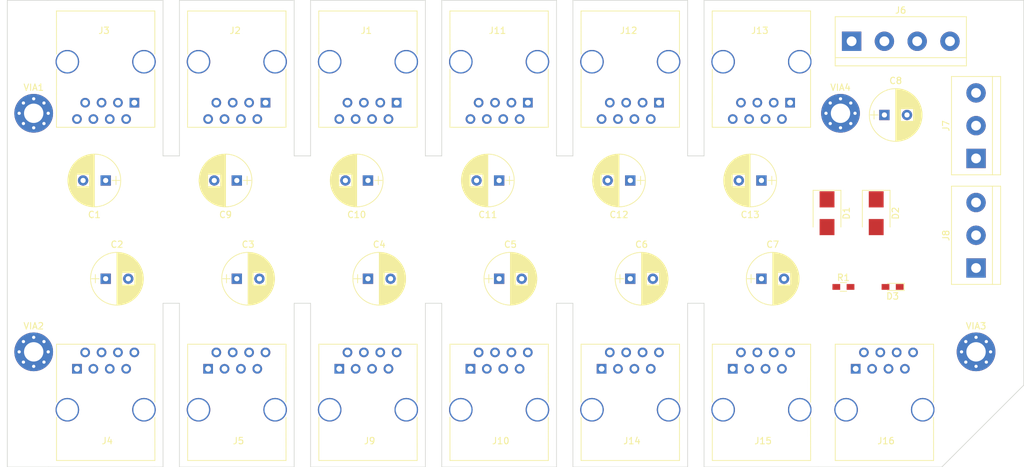
<source format=kicad_pcb>
(kicad_pcb (version 4) (host pcbnew 4.0.7)
  (layers (0 F.Cu signal) (31 B.Cu signal) (34 B.Paste user) (35 F.Paste user) (36 B.SilkS user) (37 F.SilkS user) (38 B.Mask user) (39 F.Mask user) (44 Edge.Cuts user))
  (net 0 "")
  (net 1 +12V)
  (net 2 GND)
  (net 3 RS485_A)
  (net 4 RS485_B)
  (net 5 CAN-H)
  (net 6 CAN-L)
  (net 7 "Net-(D3-Pad2)")
  (module Mounting_Holes:MountingHole_3mm_Pad_Via (layer F.Cu) (at 192 85)
    (fp_text reference VIA3 (at 0 -4) (layer F.SilkS))
    (fp_text value 3mm_Pad_Via)
    (pad 1 thru_hole circle (at 0 0) (size 6 6) (drill 3) (layers *.Cu *.Mask) (net 2 GND))
    (pad 1 thru_hole circle (at 2.25 0) (size 0.8 0.8) (drill 0.5) (layers *.Cu *.Mask))
    (pad 1 thru_hole circle (at 1.59099 1.59099) (size 0.8 0.8) (drill 0.5) (layers *.Cu *.Mask))
    (pad 1 thru_hole circle (at 0 2.25) (size 0.8 0.8) (drill 0.5) (layers *.Cu *.Mask))
    (pad 1 thru_hole circle (at -1.59099 1.59099) (size 0.8 0.8) (drill 0.5) (layers *.Cu *.Mask))
    (pad 1 thru_hole circle (at -2.25 0) (size 0.8 0.8) (drill 0.5) (layers *.Cu *.Mask))
    (pad 1 thru_hole circle (at -1.59099 -1.59099) (size 0.8 0.8) (drill 0.5) (layers *.Cu *.Mask))
    (pad 1 thru_hole circle (at 0 -2.25) (size 0.8 0.8) (drill 0.5) (layers *.Cu *.Mask))
    (pad 1 thru_hole circle (at 1.59099 -1.59099) (size 0.8 0.8) (drill 0.5) (layers *.Cu *.Mask))
  )
  (module Mounting_Holes:MountingHole_3mm_Pad_Via (layer F.Cu) (at 171 48)
    (fp_text reference VIA4 (at 0 -4) (layer F.SilkS))
    (fp_text value 3mm_Pad_Via)
    (pad 1 thru_hole circle (at 0 0) (size 6 6) (drill 3) (layers *.Cu *.Mask) (net 2 GND))
    (pad 1 thru_hole circle (at 2.25 0) (size 0.8 0.8) (drill 0.5) (layers *.Cu *.Mask))
    (pad 1 thru_hole circle (at 1.59099 1.59099) (size 0.8 0.8) (drill 0.5) (layers *.Cu *.Mask))
    (pad 1 thru_hole circle (at 0 2.25) (size 0.8 0.8) (drill 0.5) (layers *.Cu *.Mask))
    (pad 1 thru_hole circle (at -1.59099 1.59099) (size 0.8 0.8) (drill 0.5) (layers *.Cu *.Mask))
    (pad 1 thru_hole circle (at -2.25 0) (size 0.8 0.8) (drill 0.5) (layers *.Cu *.Mask))
    (pad 1 thru_hole circle (at -1.59099 -1.59099) (size 0.8 0.8) (drill 0.5) (layers *.Cu *.Mask))
    (pad 1 thru_hole circle (at 0 -2.25) (size 0.8 0.8) (drill 0.5) (layers *.Cu *.Mask))
    (pad 1 thru_hole circle (at 1.59099 -1.59099) (size 0.8 0.8) (drill 0.5) (layers *.Cu *.Mask))
  )
  (module Mounting_Holes:MountingHole_3mm_Pad_Via (layer F.Cu) (at 46 85)
    (fp_text reference VIA2 (at 0 -4) (layer F.SilkS))
    (fp_text value 3mm_Pad_Via)
    (pad 1 thru_hole circle (at 0 0) (size 6 6) (drill 3) (layers *.Cu *.Mask) (net 2 GND))
    (pad 1 thru_hole circle (at 2.25 0) (size 0.8 0.8) (drill 0.5) (layers *.Cu *.Mask))
    (pad 1 thru_hole circle (at 1.59099 1.59099) (size 0.8 0.8) (drill 0.5) (layers *.Cu *.Mask))
    (pad 1 thru_hole circle (at 0 2.25) (size 0.8 0.8) (drill 0.5) (layers *.Cu *.Mask))
    (pad 1 thru_hole circle (at -1.59099 1.59099) (size 0.8 0.8) (drill 0.5) (layers *.Cu *.Mask))
    (pad 1 thru_hole circle (at -2.25 0) (size 0.8 0.8) (drill 0.5) (layers *.Cu *.Mask))
    (pad 1 thru_hole circle (at -1.59099 -1.59099) (size 0.8 0.8) (drill 0.5) (layers *.Cu *.Mask))
    (pad 1 thru_hole circle (at 0 -2.25) (size 0.8 0.8) (drill 0.5) (layers *.Cu *.Mask))
    (pad 1 thru_hole circle (at 1.59099 -1.59099) (size 0.8 0.8) (drill 0.5) (layers *.Cu *.Mask))
  )
  (module Capacitors_THT:CP_Radial_D8.0mm_P3.50mm (layer F.Cu) (at 57.15 58.42 180)
    (fp_text reference C1 (at 1.75 -5.31 180) (layer F.SilkS))
    (fp_text value CP)
    (pad 1 thru_hole rect (at 0 0 180) (size 1.6 1.6) (drill 0.8) (layers *.Cu *.Mask) (net 1 +12V))
    (pad 2 thru_hole circle (at 3.5 0 180) (size 1.6 1.6) (drill 0.8) (layers *.Cu *.Mask) (net 2 GND))
  )
  (module Capacitors_THT:CP_Radial_D8.0mm_P3.50mm (layer F.Cu) (at 57.15 73.66)
    (fp_text reference C2 (at 1.75 -5.31) (layer F.SilkS))
    (fp_text value CP)
    (pad 1 thru_hole rect (at 0 0) (size 1.6 1.6) (drill 0.8) (layers *.Cu *.Mask) (net 1 +12V))
    (pad 2 thru_hole circle (at 3.5 0) (size 1.6 1.6) (drill 0.8) (layers *.Cu *.Mask) (net 2 GND))
  )
  (module Capacitors_THT:CP_Radial_D8.0mm_P3.50mm (layer F.Cu) (at 77.47 73.66)
    (fp_text reference C3 (at 1.75 -5.31) (layer F.SilkS))
    (fp_text value CP)
    (pad 1 thru_hole rect (at 0 0) (size 1.6 1.6) (drill 0.8) (layers *.Cu *.Mask) (net 1 +12V))
    (pad 2 thru_hole circle (at 3.5 0) (size 1.6 1.6) (drill 0.8) (layers *.Cu *.Mask) (net 2 GND))
  )
  (module Capacitors_THT:CP_Radial_D8.0mm_P3.50mm (layer F.Cu) (at 97.79 73.66)
    (fp_text reference C4 (at 1.75 -5.31) (layer F.SilkS))
    (fp_text value CP)
    (pad 1 thru_hole rect (at 0 0) (size 1.6 1.6) (drill 0.8) (layers *.Cu *.Mask) (net 1 +12V))
    (pad 2 thru_hole circle (at 3.5 0) (size 1.6 1.6) (drill 0.8) (layers *.Cu *.Mask) (net 2 GND))
  )
  (module Capacitors_THT:CP_Radial_D8.0mm_P3.50mm (layer F.Cu) (at 118.11 73.66)
    (fp_text reference C5 (at 1.75 -5.31) (layer F.SilkS))
    (fp_text value CP)
    (pad 1 thru_hole rect (at 0 0) (size 1.6 1.6) (drill 0.8) (layers *.Cu *.Mask) (net 1 +12V))
    (pad 2 thru_hole circle (at 3.5 0) (size 1.6 1.6) (drill 0.8) (layers *.Cu *.Mask) (net 2 GND))
  )
  (module Capacitors_THT:CP_Radial_D8.0mm_P3.50mm (layer F.Cu) (at 138.43 73.66)
    (fp_text reference C6 (at 1.75 -5.31) (layer F.SilkS))
    (fp_text value CP)
    (pad 1 thru_hole rect (at 0 0) (size 1.6 1.6) (drill 0.8) (layers *.Cu *.Mask) (net 1 +12V))
    (pad 2 thru_hole circle (at 3.5 0) (size 1.6 1.6) (drill 0.8) (layers *.Cu *.Mask) (net 2 GND))
  )
  (module Capacitors_THT:CP_Radial_D8.0mm_P3.50mm (layer F.Cu) (at 158.75 73.66)
    (fp_text reference C7 (at 1.75 -5.31) (layer F.SilkS))
    (fp_text value CP)
    (pad 1 thru_hole rect (at 0 0) (size 1.6 1.6) (drill 0.8) (layers *.Cu *.Mask) (net 1 +12V))
    (pad 2 thru_hole circle (at 3.5 0) (size 1.6 1.6) (drill 0.8) (layers *.Cu *.Mask) (net 2 GND))
  )
  (module Capacitors_THT:CP_Radial_D8.0mm_P3.50mm (layer F.Cu) (at 177.8 48.26)
    (fp_text reference C8 (at 1.75 -5.31) (layer F.SilkS))
    (fp_text value CP)
    (pad 1 thru_hole rect (at 0 0) (size 1.6 1.6) (drill 0.8) (layers *.Cu *.Mask) (net 1 +12V))
    (pad 2 thru_hole circle (at 3.5 0) (size 1.6 1.6) (drill 0.8) (layers *.Cu *.Mask) (net 2 GND))
  )
  (module Capacitors_THT:CP_Radial_D8.0mm_P3.50mm (layer F.Cu) (at 77.47 58.42 180)
    (fp_text reference C9 (at 1.75 -5.31 180) (layer F.SilkS))
    (fp_text value CP)
    (pad 1 thru_hole rect (at 0 0 180) (size 1.6 1.6) (drill 0.8) (layers *.Cu *.Mask) (net 1 +12V))
    (pad 2 thru_hole circle (at 3.5 0 180) (size 1.6 1.6) (drill 0.8) (layers *.Cu *.Mask) (net 2 GND))
  )
  (module Capacitors_THT:CP_Radial_D8.0mm_P3.50mm (layer F.Cu) (at 97.79 58.42 180)
    (fp_text reference C10 (at 1.75 -5.31 180) (layer F.SilkS))
    (fp_text value CP)
    (pad 1 thru_hole rect (at 0 0 180) (size 1.6 1.6) (drill 0.8) (layers *.Cu *.Mask) (net 1 +12V))
    (pad 2 thru_hole circle (at 3.5 0 180) (size 1.6 1.6) (drill 0.8) (layers *.Cu *.Mask) (net 2 GND))
  )
  (module Capacitors_THT:CP_Radial_D8.0mm_P3.50mm (layer F.Cu) (at 118.11 58.42 180)
    (fp_text reference C11 (at 1.75 -5.31 180) (layer F.SilkS))
    (fp_text value CP)
    (pad 1 thru_hole rect (at 0 0 180) (size 1.6 1.6) (drill 0.8) (layers *.Cu *.Mask) (net 1 +12V))
    (pad 2 thru_hole circle (at 3.5 0 180) (size 1.6 1.6) (drill 0.8) (layers *.Cu *.Mask) (net 2 GND))
  )
  (module Capacitors_THT:CP_Radial_D8.0mm_P3.50mm (layer F.Cu) (at 138.43 58.42 180)
    (fp_text reference C12 (at 1.75 -5.31 180) (layer F.SilkS))
    (fp_text value CP)
    (pad 1 thru_hole rect (at 0 0 180) (size 1.6 1.6) (drill 0.8) (layers *.Cu *.Mask) (net 1 +12V))
    (pad 2 thru_hole circle (at 3.5 0 180) (size 1.6 1.6) (drill 0.8) (layers *.Cu *.Mask) (net 2 GND))
  )
  (module Capacitors_THT:CP_Radial_D8.0mm_P3.50mm (layer F.Cu) (at 158.75 58.42 180)
    (fp_text reference C13 (at 1.75 -5.31 180) (layer F.SilkS))
    (fp_text value CP)
    (pad 1 thru_hole rect (at 0 0 180) (size 1.6 1.6) (drill 0.8) (layers *.Cu *.Mask) (net 1 +12V))
    (pad 2 thru_hole circle (at 3.5 0 180) (size 1.6 1.6) (drill 0.8) (layers *.Cu *.Mask) (net 2 GND))
  )
  (module Diodes_SMD:D_SMB (layer F.Cu) (at 168.91 63.5 270)
    (fp_text reference D1 (at 0 -3 270) (layer F.SilkS))
    (fp_text value D_TVS)
    (pad 1 smd rect (at -2.15 0 270) (size 2.5 2.3) (layers F.Cu F.Paste F.Mask) (net 1 +12V))
    (pad 2 smd rect (at 2.15 0 270) (size 2.5 2.3) (layers F.Cu F.Paste F.Mask) (net 2 GND))
  )
  (module Diodes_SMD:D_SMB (layer F.Cu) (at 176.53 63.5 270)
    (fp_text reference D2 (at 0 -3 270) (layer F.SilkS))
    (fp_text value D)
    (pad 1 smd rect (at -2.15 0 270) (size 2.5 2.3) (layers F.Cu F.Paste F.Mask) (net 1 +12V))
    (pad 2 smd rect (at 2.15 0 270) (size 2.5 2.3) (layers F.Cu F.Paste F.Mask) (net 2 GND))
  )
  (module .pretty:RJ45_8 (layer F.Cu) (at 102.235 46.355 180)
    (fp_text reference J1 (at 4.7 11.18 180) (layer F.SilkS))
    (fp_text value RJ45)
    (pad 9 thru_hole circle (at 10.38 6.35 180) (size 3.65 3.65) (drill 3.25) (layers *.Cu *.Mask) (net 2 GND))
    (pad 9 thru_hole circle (at -1.49 6.35 180) (size 3.65 3.65) (drill 3.25) (layers *.Cu *.Mask) (net 2 GND))
    (pad 1 thru_hole rect (at 0 0 180) (size 1.5 1.5) (drill 0.9) (layers *.Cu *.Mask) (net 3 RS485_A))
    (pad 2 thru_hole circle (at 1.27 -2.54 180) (size 1.5 1.5) (drill 0.9) (layers *.Cu *.Mask) (net 4 RS485_B))
    (pad 3 thru_hole circle (at 2.54 0 180) (size 1.5 1.5) (drill 0.9) (layers *.Cu *.Mask) (net 5 CAN-H))
    (pad 4 thru_hole circle (at 3.81 -2.54 180) (size 1.5 1.5) (drill 0.9) (layers *.Cu *.Mask) (net 1 +12V))
    (pad 5 thru_hole circle (at 5.08 0 180) (size 1.5 1.5) (drill 0.9) (layers *.Cu *.Mask) (net 1 +12V))
    (pad 6 thru_hole circle (at 6.35 -2.54 180) (size 1.5 1.5) (drill 0.9) (layers *.Cu *.Mask) (net 6 CAN-L))
    (pad 7 thru_hole circle (at 7.62 0 180) (size 1.5 1.5) (drill 0.9) (layers *.Cu *.Mask) (net 2 GND))
    (pad 8 thru_hole circle (at 8.89 -2.54 180) (size 1.5 1.5) (drill 0.9) (layers *.Cu *.Mask) (net 2 GND))
  )
  (module .pretty:RJ45_8 (layer F.Cu) (at 81.915 46.355 180)
    (fp_text reference J2 (at 4.7 11.18 180) (layer F.SilkS))
    (fp_text value RJ45)
    (pad 9 thru_hole circle (at 10.38 6.35 180) (size 3.65 3.65) (drill 3.25) (layers *.Cu *.Mask) (net 2 GND))
    (pad 9 thru_hole circle (at -1.49 6.35 180) (size 3.65 3.65) (drill 3.25) (layers *.Cu *.Mask) (net 2 GND))
    (pad 1 thru_hole rect (at 0 0 180) (size 1.5 1.5) (drill 0.9) (layers *.Cu *.Mask) (net 3 RS485_A))
    (pad 2 thru_hole circle (at 1.27 -2.54 180) (size 1.5 1.5) (drill 0.9) (layers *.Cu *.Mask) (net 4 RS485_B))
    (pad 3 thru_hole circle (at 2.54 0 180) (size 1.5 1.5) (drill 0.9) (layers *.Cu *.Mask) (net 5 CAN-H))
    (pad 4 thru_hole circle (at 3.81 -2.54 180) (size 1.5 1.5) (drill 0.9) (layers *.Cu *.Mask) (net 1 +12V))
    (pad 5 thru_hole circle (at 5.08 0 180) (size 1.5 1.5) (drill 0.9) (layers *.Cu *.Mask) (net 1 +12V))
    (pad 6 thru_hole circle (at 6.35 -2.54 180) (size 1.5 1.5) (drill 0.9) (layers *.Cu *.Mask) (net 6 CAN-L))
    (pad 7 thru_hole circle (at 7.62 0 180) (size 1.5 1.5) (drill 0.9) (layers *.Cu *.Mask) (net 2 GND))
    (pad 8 thru_hole circle (at 8.89 -2.54 180) (size 1.5 1.5) (drill 0.9) (layers *.Cu *.Mask) (net 2 GND))
  )
  (module .pretty:RJ45_8 (layer F.Cu) (at 61.595 46.355 180)
    (fp_text reference J3 (at 4.7 11.18 180) (layer F.SilkS))
    (fp_text value RJ45)
    (pad 9 thru_hole circle (at 10.38 6.35 180) (size 3.65 3.65) (drill 3.25) (layers *.Cu *.Mask) (net 2 GND))
    (pad 9 thru_hole circle (at -1.49 6.35 180) (size 3.65 3.65) (drill 3.25) (layers *.Cu *.Mask) (net 2 GND))
    (pad 1 thru_hole rect (at 0 0 180) (size 1.5 1.5) (drill 0.9) (layers *.Cu *.Mask) (net 3 RS485_A))
    (pad 2 thru_hole circle (at 1.27 -2.54 180) (size 1.5 1.5) (drill 0.9) (layers *.Cu *.Mask) (net 4 RS485_B))
    (pad 3 thru_hole circle (at 2.54 0 180) (size 1.5 1.5) (drill 0.9) (layers *.Cu *.Mask) (net 5 CAN-H))
    (pad 4 thru_hole circle (at 3.81 -2.54 180) (size 1.5 1.5) (drill 0.9) (layers *.Cu *.Mask) (net 1 +12V))
    (pad 5 thru_hole circle (at 5.08 0 180) (size 1.5 1.5) (drill 0.9) (layers *.Cu *.Mask) (net 1 +12V))
    (pad 6 thru_hole circle (at 6.35 -2.54 180) (size 1.5 1.5) (drill 0.9) (layers *.Cu *.Mask) (net 6 CAN-L))
    (pad 7 thru_hole circle (at 7.62 0 180) (size 1.5 1.5) (drill 0.9) (layers *.Cu *.Mask) (net 2 GND))
    (pad 8 thru_hole circle (at 8.89 -2.54 180) (size 1.5 1.5) (drill 0.9) (layers *.Cu *.Mask) (net 2 GND))
  )
  (module .pretty:RJ45_8 (layer F.Cu) (at 52.705 87.63)
    (fp_text reference J4 (at 4.7 11.18) (layer F.SilkS))
    (fp_text value RJ45)
    (pad 9 thru_hole circle (at 10.38 6.35) (size 3.65 3.65) (drill 3.25) (layers *.Cu *.Mask) (net 2 GND))
    (pad 9 thru_hole circle (at -1.49 6.35) (size 3.65 3.65) (drill 3.25) (layers *.Cu *.Mask) (net 2 GND))
    (pad 1 thru_hole rect (at 0 0) (size 1.5 1.5) (drill 0.9) (layers *.Cu *.Mask) (net 3 RS485_A))
    (pad 2 thru_hole circle (at 1.27 -2.54) (size 1.5 1.5) (drill 0.9) (layers *.Cu *.Mask) (net 4 RS485_B))
    (pad 3 thru_hole circle (at 2.54 0) (size 1.5 1.5) (drill 0.9) (layers *.Cu *.Mask) (net 5 CAN-H))
    (pad 4 thru_hole circle (at 3.81 -2.54) (size 1.5 1.5) (drill 0.9) (layers *.Cu *.Mask) (net 1 +12V))
    (pad 5 thru_hole circle (at 5.08 0) (size 1.5 1.5) (drill 0.9) (layers *.Cu *.Mask) (net 1 +12V))
    (pad 6 thru_hole circle (at 6.35 -2.54) (size 1.5 1.5) (drill 0.9) (layers *.Cu *.Mask) (net 6 CAN-L))
    (pad 7 thru_hole circle (at 7.62 0) (size 1.5 1.5) (drill 0.9) (layers *.Cu *.Mask) (net 2 GND))
    (pad 8 thru_hole circle (at 8.89 -2.54) (size 1.5 1.5) (drill 0.9) (layers *.Cu *.Mask) (net 2 GND))
  )
  (module .pretty:RJ45_8 (layer F.Cu) (at 73.025 87.63)
    (fp_text reference J5 (at 4.7 11.18) (layer F.SilkS))
    (fp_text value RJ45)
    (pad 9 thru_hole circle (at 10.38 6.35) (size 3.65 3.65) (drill 3.25) (layers *.Cu *.Mask) (net 2 GND))
    (pad 9 thru_hole circle (at -1.49 6.35) (size 3.65 3.65) (drill 3.25) (layers *.Cu *.Mask) (net 2 GND))
    (pad 1 thru_hole rect (at 0 0) (size 1.5 1.5) (drill 0.9) (layers *.Cu *.Mask) (net 3 RS485_A))
    (pad 2 thru_hole circle (at 1.27 -2.54) (size 1.5 1.5) (drill 0.9) (layers *.Cu *.Mask) (net 4 RS485_B))
    (pad 3 thru_hole circle (at 2.54 0) (size 1.5 1.5) (drill 0.9) (layers *.Cu *.Mask) (net 5 CAN-H))
    (pad 4 thru_hole circle (at 3.81 -2.54) (size 1.5 1.5) (drill 0.9) (layers *.Cu *.Mask) (net 1 +12V))
    (pad 5 thru_hole circle (at 5.08 0) (size 1.5 1.5) (drill 0.9) (layers *.Cu *.Mask) (net 1 +12V))
    (pad 6 thru_hole circle (at 6.35 -2.54) (size 1.5 1.5) (drill 0.9) (layers *.Cu *.Mask) (net 6 CAN-L))
    (pad 7 thru_hole circle (at 7.62 0) (size 1.5 1.5) (drill 0.9) (layers *.Cu *.Mask) (net 2 GND))
    (pad 8 thru_hole circle (at 8.89 -2.54) (size 1.5 1.5) (drill 0.9) (layers *.Cu *.Mask) (net 2 GND))
  )
  (module Connectors_Terminal_Blocks:TerminalBlock_bornier-4_P5.08mm (layer F.Cu) (at 172.72 36.83)
    (fp_text reference J6 (at 7.6 -4.8) (layer F.SilkS))
    (fp_text value Screw_Terminal_01x04)
    (pad 2 thru_hole circle (at 5.08 0) (size 3 3) (drill 1.52) (layers *.Cu *.Mask) (net 1 +12V))
    (pad 3 thru_hole circle (at 10.16 0) (size 3 3) (drill 1.52) (layers *.Cu *.Mask) (net 2 GND))
    (pad 1 thru_hole rect (at 0 0) (size 3 3) (drill 1.52) (layers *.Cu *.Mask) (net 1 +12V))
    (pad 4 thru_hole circle (at 15.24 0) (size 3 3) (drill 1.52) (layers *.Cu *.Mask) (net 2 GND))
  )
  (module Connectors_Terminal_Blocks:TerminalBlock_bornier-3_P5.08mm (layer F.Cu) (at 192 55 90)
    (fp_text reference J7 (at 5.05 -4.65 90) (layer F.SilkS))
    (fp_text value Screw_Terminal_01x03)
    (pad 1 thru_hole rect (at 0 0 90) (size 3 3) (drill 1.52) (layers *.Cu *.Mask) (net 3 RS485_A))
    (pad 2 thru_hole circle (at 5.08 0 90) (size 3 3) (drill 1.52) (layers *.Cu *.Mask) (net 4 RS485_B))
    (pad 3 thru_hole circle (at 10.16 0 90) (size 3 3) (drill 1.52) (layers *.Cu *.Mask) (net 2 GND))
  )
  (module Connectors_Terminal_Blocks:TerminalBlock_bornier-3_P5.08mm (layer F.Cu) (at 192 72 90)
    (fp_text reference J8 (at 5.05 -4.65 90) (layer F.SilkS))
    (fp_text value Screw_Terminal_01x03)
    (pad 1 thru_hole rect (at 0 0 90) (size 3 3) (drill 1.52) (layers *.Cu *.Mask) (net 5 CAN-H))
    (pad 2 thru_hole circle (at 5.08 0 90) (size 3 3) (drill 1.52) (layers *.Cu *.Mask) (net 6 CAN-L))
    (pad 3 thru_hole circle (at 10.16 0 90) (size 3 3) (drill 1.52) (layers *.Cu *.Mask) (net 2 GND))
  )
  (module .pretty:RJ45_8 (layer F.Cu) (at 93.345 87.63)
    (fp_text reference J9 (at 4.7 11.18) (layer F.SilkS))
    (fp_text value RJ45)
    (pad 9 thru_hole circle (at 10.38 6.35) (size 3.65 3.65) (drill 3.25) (layers *.Cu *.Mask) (net 2 GND))
    (pad 9 thru_hole circle (at -1.49 6.35) (size 3.65 3.65) (drill 3.25) (layers *.Cu *.Mask) (net 2 GND))
    (pad 1 thru_hole rect (at 0 0) (size 1.5 1.5) (drill 0.9) (layers *.Cu *.Mask) (net 3 RS485_A))
    (pad 2 thru_hole circle (at 1.27 -2.54) (size 1.5 1.5) (drill 0.9) (layers *.Cu *.Mask) (net 4 RS485_B))
    (pad 3 thru_hole circle (at 2.54 0) (size 1.5 1.5) (drill 0.9) (layers *.Cu *.Mask) (net 5 CAN-H))
    (pad 4 thru_hole circle (at 3.81 -2.54) (size 1.5 1.5) (drill 0.9) (layers *.Cu *.Mask) (net 1 +12V))
    (pad 5 thru_hole circle (at 5.08 0) (size 1.5 1.5) (drill 0.9) (layers *.Cu *.Mask) (net 1 +12V))
    (pad 6 thru_hole circle (at 6.35 -2.54) (size 1.5 1.5) (drill 0.9) (layers *.Cu *.Mask) (net 6 CAN-L))
    (pad 7 thru_hole circle (at 7.62 0) (size 1.5 1.5) (drill 0.9) (layers *.Cu *.Mask) (net 2 GND))
    (pad 8 thru_hole circle (at 8.89 -2.54) (size 1.5 1.5) (drill 0.9) (layers *.Cu *.Mask) (net 2 GND))
  )
  (module .pretty:RJ45_8 (layer F.Cu) (at 113.665 87.63)
    (fp_text reference J10 (at 4.7 11.18) (layer F.SilkS))
    (fp_text value RJ45)
    (pad 9 thru_hole circle (at 10.38 6.35) (size 3.65 3.65) (drill 3.25) (layers *.Cu *.Mask) (net 2 GND))
    (pad 9 thru_hole circle (at -1.49 6.35) (size 3.65 3.65) (drill 3.25) (layers *.Cu *.Mask) (net 2 GND))
    (pad 1 thru_hole rect (at 0 0) (size 1.5 1.5) (drill 0.9) (layers *.Cu *.Mask) (net 3 RS485_A))
    (pad 2 thru_hole circle (at 1.27 -2.54) (size 1.5 1.5) (drill 0.9) (layers *.Cu *.Mask) (net 4 RS485_B))
    (pad 3 thru_hole circle (at 2.54 0) (size 1.5 1.5) (drill 0.9) (layers *.Cu *.Mask) (net 5 CAN-H))
    (pad 4 thru_hole circle (at 3.81 -2.54) (size 1.5 1.5) (drill 0.9) (layers *.Cu *.Mask) (net 1 +12V))
    (pad 5 thru_hole circle (at 5.08 0) (size 1.5 1.5) (drill 0.9) (layers *.Cu *.Mask) (net 1 +12V))
    (pad 6 thru_hole circle (at 6.35 -2.54) (size 1.5 1.5) (drill 0.9) (layers *.Cu *.Mask) (net 6 CAN-L))
    (pad 7 thru_hole circle (at 7.62 0) (size 1.5 1.5) (drill 0.9) (layers *.Cu *.Mask) (net 2 GND))
    (pad 8 thru_hole circle (at 8.89 -2.54) (size 1.5 1.5) (drill 0.9) (layers *.Cu *.Mask) (net 2 GND))
  )
  (module .pretty:RJ45_8 (layer F.Cu) (at 122.555 46.355 180)
    (fp_text reference J11 (at 4.7 11.18 180) (layer F.SilkS))
    (fp_text value RJ45)
    (pad 9 thru_hole circle (at 10.38 6.35 180) (size 3.65 3.65) (drill 3.25) (layers *.Cu *.Mask) (net 2 GND))
    (pad 9 thru_hole circle (at -1.49 6.35 180) (size 3.65 3.65) (drill 3.25) (layers *.Cu *.Mask) (net 2 GND))
    (pad 1 thru_hole rect (at 0 0 180) (size 1.5 1.5) (drill 0.9) (layers *.Cu *.Mask) (net 3 RS485_A))
    (pad 2 thru_hole circle (at 1.27 -2.54 180) (size 1.5 1.5) (drill 0.9) (layers *.Cu *.Mask) (net 4 RS485_B))
    (pad 3 thru_hole circle (at 2.54 0 180) (size 1.5 1.5) (drill 0.9) (layers *.Cu *.Mask) (net 5 CAN-H))
    (pad 4 thru_hole circle (at 3.81 -2.54 180) (size 1.5 1.5) (drill 0.9) (layers *.Cu *.Mask) (net 1 +12V))
    (pad 5 thru_hole circle (at 5.08 0 180) (size 1.5 1.5) (drill 0.9) (layers *.Cu *.Mask) (net 1 +12V))
    (pad 6 thru_hole circle (at 6.35 -2.54 180) (size 1.5 1.5) (drill 0.9) (layers *.Cu *.Mask) (net 6 CAN-L))
    (pad 7 thru_hole circle (at 7.62 0 180) (size 1.5 1.5) (drill 0.9) (layers *.Cu *.Mask) (net 2 GND))
    (pad 8 thru_hole circle (at 8.89 -2.54 180) (size 1.5 1.5) (drill 0.9) (layers *.Cu *.Mask) (net 2 GND))
  )
  (module .pretty:RJ45_8 (layer F.Cu) (at 142.875 46.355 180)
    (fp_text reference J12 (at 4.7 11.18 180) (layer F.SilkS))
    (fp_text value RJ45)
    (pad 9 thru_hole circle (at 10.38 6.35 180) (size 3.65 3.65) (drill 3.25) (layers *.Cu *.Mask) (net 2 GND))
    (pad 9 thru_hole circle (at -1.49 6.35 180) (size 3.65 3.65) (drill 3.25) (layers *.Cu *.Mask) (net 2 GND))
    (pad 1 thru_hole rect (at 0 0 180) (size 1.5 1.5) (drill 0.9) (layers *.Cu *.Mask) (net 3 RS485_A))
    (pad 2 thru_hole circle (at 1.27 -2.54 180) (size 1.5 1.5) (drill 0.9) (layers *.Cu *.Mask) (net 4 RS485_B))
    (pad 3 thru_hole circle (at 2.54 0 180) (size 1.5 1.5) (drill 0.9) (layers *.Cu *.Mask) (net 5 CAN-H))
    (pad 4 thru_hole circle (at 3.81 -2.54 180) (size 1.5 1.5) (drill 0.9) (layers *.Cu *.Mask) (net 1 +12V))
    (pad 5 thru_hole circle (at 5.08 0 180) (size 1.5 1.5) (drill 0.9) (layers *.Cu *.Mask) (net 1 +12V))
    (pad 6 thru_hole circle (at 6.35 -2.54 180) (size 1.5 1.5) (drill 0.9) (layers *.Cu *.Mask) (net 6 CAN-L))
    (pad 7 thru_hole circle (at 7.62 0 180) (size 1.5 1.5) (drill 0.9) (layers *.Cu *.Mask) (net 2 GND))
    (pad 8 thru_hole circle (at 8.89 -2.54 180) (size 1.5 1.5) (drill 0.9) (layers *.Cu *.Mask) (net 2 GND))
  )
  (module .pretty:RJ45_8 (layer F.Cu) (at 163.195 46.355 180)
    (fp_text reference J13 (at 4.7 11.18 180) (layer F.SilkS))
    (fp_text value RJ45)
    (pad 9 thru_hole circle (at 10.38 6.35 180) (size 3.65 3.65) (drill 3.25) (layers *.Cu *.Mask) (net 2 GND))
    (pad 9 thru_hole circle (at -1.49 6.35 180) (size 3.65 3.65) (drill 3.25) (layers *.Cu *.Mask) (net 2 GND))
    (pad 1 thru_hole rect (at 0 0 180) (size 1.5 1.5) (drill 0.9) (layers *.Cu *.Mask) (net 3 RS485_A))
    (pad 2 thru_hole circle (at 1.27 -2.54 180) (size 1.5 1.5) (drill 0.9) (layers *.Cu *.Mask) (net 4 RS485_B))
    (pad 3 thru_hole circle (at 2.54 0 180) (size 1.5 1.5) (drill 0.9) (layers *.Cu *.Mask) (net 5 CAN-H))
    (pad 4 thru_hole circle (at 3.81 -2.54 180) (size 1.5 1.5) (drill 0.9) (layers *.Cu *.Mask) (net 1 +12V))
    (pad 5 thru_hole circle (at 5.08 0 180) (size 1.5 1.5) (drill 0.9) (layers *.Cu *.Mask) (net 1 +12V))
    (pad 6 thru_hole circle (at 6.35 -2.54 180) (size 1.5 1.5) (drill 0.9) (layers *.Cu *.Mask) (net 6 CAN-L))
    (pad 7 thru_hole circle (at 7.62 0 180) (size 1.5 1.5) (drill 0.9) (layers *.Cu *.Mask) (net 2 GND))
    (pad 8 thru_hole circle (at 8.89 -2.54 180) (size 1.5 1.5) (drill 0.9) (layers *.Cu *.Mask) (net 2 GND))
  )
  (module .pretty:RJ45_8 (layer F.Cu) (at 133.985 87.63)
    (fp_text reference J14 (at 4.7 11.18) (layer F.SilkS))
    (fp_text value RJ45)
    (pad 9 thru_hole circle (at 10.38 6.35) (size 3.65 3.65) (drill 3.25) (layers *.Cu *.Mask) (net 2 GND))
    (pad 9 thru_hole circle (at -1.49 6.35) (size 3.65 3.65) (drill 3.25) (layers *.Cu *.Mask) (net 2 GND))
    (pad 1 thru_hole rect (at 0 0) (size 1.5 1.5) (drill 0.9) (layers *.Cu *.Mask) (net 3 RS485_A))
    (pad 2 thru_hole circle (at 1.27 -2.54) (size 1.5 1.5) (drill 0.9) (layers *.Cu *.Mask) (net 4 RS485_B))
    (pad 3 thru_hole circle (at 2.54 0) (size 1.5 1.5) (drill 0.9) (layers *.Cu *.Mask) (net 5 CAN-H))
    (pad 4 thru_hole circle (at 3.81 -2.54) (size 1.5 1.5) (drill 0.9) (layers *.Cu *.Mask) (net 1 +12V))
    (pad 5 thru_hole circle (at 5.08 0) (size 1.5 1.5) (drill 0.9) (layers *.Cu *.Mask) (net 1 +12V))
    (pad 6 thru_hole circle (at 6.35 -2.54) (size 1.5 1.5) (drill 0.9) (layers *.Cu *.Mask) (net 6 CAN-L))
    (pad 7 thru_hole circle (at 7.62 0) (size 1.5 1.5) (drill 0.9) (layers *.Cu *.Mask) (net 2 GND))
    (pad 8 thru_hole circle (at 8.89 -2.54) (size 1.5 1.5) (drill 0.9) (layers *.Cu *.Mask) (net 2 GND))
  )
  (module .pretty:RJ45_8 (layer F.Cu) (at 154.305 87.63)
    (fp_text reference J15 (at 4.7 11.18) (layer F.SilkS))
    (fp_text value RJ45)
    (pad 9 thru_hole circle (at 10.38 6.35) (size 3.65 3.65) (drill 3.25) (layers *.Cu *.Mask) (net 2 GND))
    (pad 9 thru_hole circle (at -1.49 6.35) (size 3.65 3.65) (drill 3.25) (layers *.Cu *.Mask) (net 2 GND))
    (pad 1 thru_hole rect (at 0 0) (size 1.5 1.5) (drill 0.9) (layers *.Cu *.Mask) (net 3 RS485_A))
    (pad 2 thru_hole circle (at 1.27 -2.54) (size 1.5 1.5) (drill 0.9) (layers *.Cu *.Mask) (net 4 RS485_B))
    (pad 3 thru_hole circle (at 2.54 0) (size 1.5 1.5) (drill 0.9) (layers *.Cu *.Mask) (net 5 CAN-H))
    (pad 4 thru_hole circle (at 3.81 -2.54) (size 1.5 1.5) (drill 0.9) (layers *.Cu *.Mask) (net 1 +12V))
    (pad 5 thru_hole circle (at 5.08 0) (size 1.5 1.5) (drill 0.9) (layers *.Cu *.Mask) (net 1 +12V))
    (pad 6 thru_hole circle (at 6.35 -2.54) (size 1.5 1.5) (drill 0.9) (layers *.Cu *.Mask) (net 6 CAN-L))
    (pad 7 thru_hole circle (at 7.62 0) (size 1.5 1.5) (drill 0.9) (layers *.Cu *.Mask) (net 2 GND))
    (pad 8 thru_hole circle (at 8.89 -2.54) (size 1.5 1.5) (drill 0.9) (layers *.Cu *.Mask) (net 2 GND))
  )
  (module .pretty:RJ45_8 (layer F.Cu) (at 173.355 87.63)
    (fp_text reference J16 (at 4.7 11.18) (layer F.SilkS))
    (fp_text value RJ45)
    (pad 9 thru_hole circle (at 10.38 6.35) (size 3.65 3.65) (drill 3.25) (layers *.Cu *.Mask) (net 2 GND))
    (pad 9 thru_hole circle (at -1.49 6.35) (size 3.65 3.65) (drill 3.25) (layers *.Cu *.Mask) (net 2 GND))
    (pad 1 thru_hole rect (at 0 0) (size 1.5 1.5) (drill 0.9) (layers *.Cu *.Mask) (net 3 RS485_A))
    (pad 2 thru_hole circle (at 1.27 -2.54) (size 1.5 1.5) (drill 0.9) (layers *.Cu *.Mask) (net 4 RS485_B))
    (pad 3 thru_hole circle (at 2.54 0) (size 1.5 1.5) (drill 0.9) (layers *.Cu *.Mask) (net 5 CAN-H))
    (pad 4 thru_hole circle (at 3.81 -2.54) (size 1.5 1.5) (drill 0.9) (layers *.Cu *.Mask) (net 1 +12V))
    (pad 5 thru_hole circle (at 5.08 0) (size 1.5 1.5) (drill 0.9) (layers *.Cu *.Mask) (net 1 +12V))
    (pad 6 thru_hole circle (at 6.35 -2.54) (size 1.5 1.5) (drill 0.9) (layers *.Cu *.Mask) (net 6 CAN-L))
    (pad 7 thru_hole circle (at 7.62 0) (size 1.5 1.5) (drill 0.9) (layers *.Cu *.Mask) (net 2 GND))
    (pad 8 thru_hole circle (at 8.89 -2.54) (size 1.5 1.5) (drill 0.9) (layers *.Cu *.Mask) (net 2 GND))
  )
  (module LEDs:LED_0603_HandSoldering (layer F.Cu) (at 179.07 74.93 180)
    (fp_text reference D3 (at 0 -1.45 180) (layer F.SilkS))
    (fp_text value LED)
    (pad 1 smd rect (at -1.1 0 180) (size 1.2 0.9) (layers F.Cu F.Paste F.Mask) (net 2 GND))
    (pad 2 smd rect (at 1.1 0 180) (size 1.2 0.9) (layers F.Cu F.Paste F.Mask) (net 7 "Net-(D3-Pad2)"))
  )
  (module Resistors_SMD:R_0603_HandSoldering (layer F.Cu) (at 171.45 74.93)
    (fp_text reference R1 (at 0 -1.45) (layer F.SilkS))
    (fp_text value 1K)
    (pad 1 smd rect (at -1.1 0) (size 1.2 0.9) (layers F.Cu F.Paste F.Mask) (net 1 +12V))
    (pad 2 smd rect (at 1.1 0) (size 1.2 0.9) (layers F.Cu F.Paste F.Mask) (net 7 "Net-(D3-Pad2)"))
  )
  (module Mounting_Holes:MountingHole_3mm_Pad_Via (layer F.Cu) (at 46 48)
    (fp_text reference VIA1 (at 0 -4) (layer F.SilkS))
    (fp_text value 3mm_Pad_Via)
    (pad 1 thru_hole circle (at 0 0) (size 6 6) (drill 3) (layers *.Cu *.Mask) (net 2 GND))
    (pad 1 thru_hole circle (at 2.25 0) (size 0.8 0.8) (drill 0.5) (layers *.Cu *.Mask))
    (pad 1 thru_hole circle (at 1.59099 1.59099) (size 0.8 0.8) (drill 0.5) (layers *.Cu *.Mask))
    (pad 1 thru_hole circle (at 0 2.25) (size 0.8 0.8) (drill 0.5) (layers *.Cu *.Mask))
    (pad 1 thru_hole circle (at -1.59099 1.59099) (size 0.8 0.8) (drill 0.5) (layers *.Cu *.Mask))
    (pad 1 thru_hole circle (at -2.25 0) (size 0.8 0.8) (drill 0.5) (layers *.Cu *.Mask))
    (pad 1 thru_hole circle (at -1.59099 -1.59099) (size 0.8 0.8) (drill 0.5) (layers *.Cu *.Mask))
    (pad 1 thru_hole circle (at 0 -2.25) (size 0.8 0.8) (drill 0.5) (layers *.Cu *.Mask))
    (pad 1 thru_hole circle (at 1.59099 -1.59099) (size 0.8 0.8) (drill 0.5) (layers *.Cu *.Mask))
  )
  (gr_line (start 41.91 102.87) (end 48.26 102.87) (angle 90) (layer Edge.Cuts) (width 0.1))
  (gr_line (start 41.91 30.48) (end 41.91 102.87) (angle 90) (layer Edge.Cuts) (width 0.1))
  (gr_line (start 48.26 30.48) (end 41.91 30.48) (angle 90) (layer Edge.Cuts) (width 0.1))
  (gr_line (start 186.69 102.87) (end 187.96 101.6) (angle 90) (layer Edge.Cuts) (width 0.1))
  (gr_line (start 167.64 102.87) (end 186.69 102.87) (angle 90) (layer Edge.Cuts) (width 0.1))
  (gr_line (start 149.86 102.87) (end 167.64 102.87) (angle 90) (layer Edge.Cuts) (width 0.1))
  (gr_line (start 149.86 77.47) (end 149.86 102.87) (angle 90) (layer Edge.Cuts) (width 0.1))
  (gr_line (start 147.32 77.47) (end 149.86 77.47) (angle 90) (layer Edge.Cuts) (width 0.1))
  (gr_line (start 147.32 102.87) (end 147.32 77.47) (angle 90) (layer Edge.Cuts) (width 0.1))
  (gr_line (start 129.54 102.87) (end 147.32 102.87) (angle 90) (layer Edge.Cuts) (width 0.1))
  (gr_line (start 129.54 77.47) (end 129.54 102.87) (angle 90) (layer Edge.Cuts) (width 0.1))
  (gr_line (start 127 77.47) (end 129.54 77.47) (angle 90) (layer Edge.Cuts) (width 0.1))
  (gr_line (start 127 102.87) (end 127 77.47) (angle 90) (layer Edge.Cuts) (width 0.1))
  (gr_line (start 109.22 102.87) (end 127 102.87) (angle 90) (layer Edge.Cuts) (width 0.1))
  (gr_line (start 109.22 77.47) (end 109.22 102.87) (angle 90) (layer Edge.Cuts) (width 0.1))
  (gr_line (start 106.68 77.47) (end 109.22 77.47) (angle 90) (layer Edge.Cuts) (width 0.1))
  (gr_line (start 106.68 102.87) (end 106.68 77.47) (angle 90) (layer Edge.Cuts) (width 0.1))
  (gr_line (start 88.9 102.87) (end 106.68 102.87) (angle 90) (layer Edge.Cuts) (width 0.1))
  (gr_line (start 88.9 77.47) (end 88.9 102.87) (angle 90) (layer Edge.Cuts) (width 0.1))
  (gr_line (start 86.36 77.47) (end 88.9 77.47) (angle 90) (layer Edge.Cuts) (width 0.1))
  (gr_line (start 86.36 102.87) (end 86.36 77.47) (angle 90) (layer Edge.Cuts) (width 0.1))
  (gr_line (start 68.58 102.87) (end 86.36 102.87) (angle 90) (layer Edge.Cuts) (width 0.1))
  (gr_line (start 68.58 77.47) (end 68.58 102.87) (angle 90) (layer Edge.Cuts) (width 0.1))
  (gr_line (start 66.04 77.47) (end 68.58 77.47) (angle 90) (layer Edge.Cuts) (width 0.1))
  (gr_line (start 66.04 102.87) (end 66.04 77.47) (angle 90) (layer Edge.Cuts) (width 0.1))
  (gr_line (start 64.77 102.87) (end 66.04 102.87) (angle 90) (layer Edge.Cuts) (width 0.1))
  (gr_line (start 48.26 102.87) (end 64.77 102.87) (angle 90) (layer Edge.Cuts) (width 0.1))
  (gr_line (start 66.04 30.48) (end 48.26 30.48) (angle 90) (layer Edge.Cuts) (width 0.1))
  (gr_line (start 66.04 54.61) (end 66.04 30.48) (angle 90) (layer Edge.Cuts) (width 0.1))
  (gr_line (start 68.58 54.61) (end 66.04 54.61) (angle 90) (layer Edge.Cuts) (width 0.1))
  (gr_line (start 68.58 30.48) (end 68.58 54.61) (angle 90) (layer Edge.Cuts) (width 0.1))
  (gr_line (start 86.36 30.48) (end 68.58 30.48) (angle 90) (layer Edge.Cuts) (width 0.1))
  (gr_line (start 86.36 54.61) (end 86.36 30.48) (angle 90) (layer Edge.Cuts) (width 0.1))
  (gr_line (start 88.9 54.61) (end 86.36 54.61) (angle 90) (layer Edge.Cuts) (width 0.1))
  (gr_line (start 88.9 30.48) (end 88.9 54.61) (angle 90) (layer Edge.Cuts) (width 0.1))
  (gr_line (start 106.68 30.48) (end 88.9 30.48) (angle 90) (layer Edge.Cuts) (width 0.1))
  (gr_line (start 106.68 54.61) (end 106.68 30.48) (angle 90) (layer Edge.Cuts) (width 0.1))
  (gr_line (start 109.22 54.61) (end 106.68 54.61) (angle 90) (layer Edge.Cuts) (width 0.1))
  (gr_line (start 109.22 30.48) (end 109.22 54.61) (angle 90) (layer Edge.Cuts) (width 0.1))
  (gr_line (start 127 30.48) (end 109.22 30.48) (angle 90) (layer Edge.Cuts) (width 0.1))
  (gr_line (start 127 54.61) (end 127 30.48) (angle 90) (layer Edge.Cuts) (width 0.1))
  (gr_line (start 129.54 54.61) (end 127 54.61) (angle 90) (layer Edge.Cuts) (width 0.1))
  (gr_line (start 129.54 30.48) (end 129.54 54.61) (angle 90) (layer Edge.Cuts) (width 0.1))
  (gr_line (start 147.32 30.48) (end 129.54 30.48) (angle 90) (layer Edge.Cuts) (width 0.1))
  (gr_line (start 147.32 54.61) (end 147.32 30.48) (angle 90) (layer Edge.Cuts) (width 0.1))
  (gr_line (start 149.86 54.61) (end 147.32 54.61) (angle 90) (layer Edge.Cuts) (width 0.1))
  (gr_line (start 149.86 30.48) (end 149.86 54.61) (angle 90) (layer Edge.Cuts) (width 0.1))
  (gr_line (start 199.39 30.48) (end 149.86 30.48) (angle 90) (layer Edge.Cuts) (width 0.1))
  (gr_line (start 199.39 90.17) (end 187.96 101.6) (angle 90) (layer Edge.Cuts) (width 0.1))
  (gr_line (start 199.39 30.48) (end 199.39 90.17) (angle 90) (layer Edge.Cuts) (width 0.1))
)
</source>
